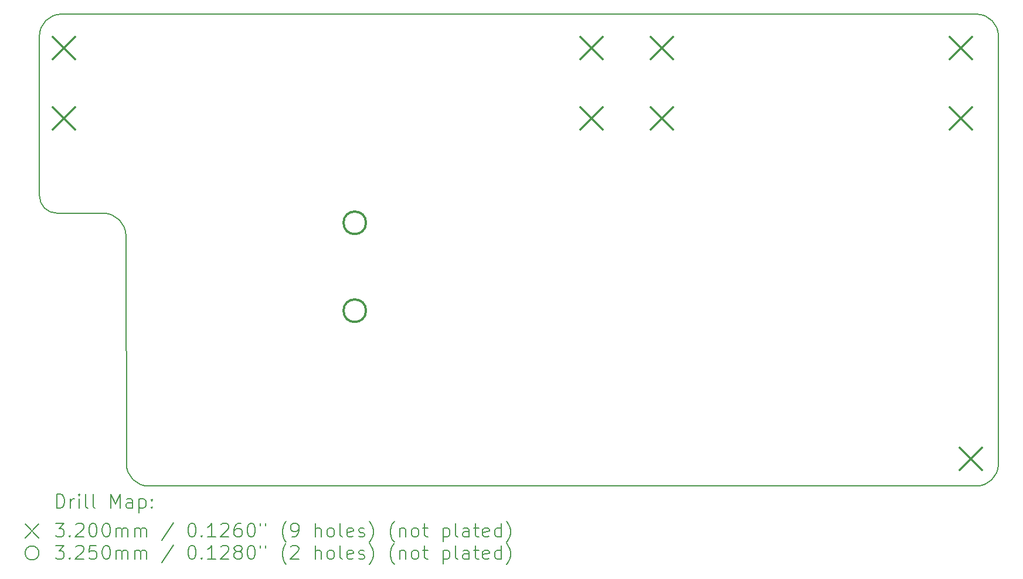
<source format=gbr>
%FSLAX45Y45*%
G04 Gerber Fmt 4.5, Leading zero omitted, Abs format (unit mm)*
G04 Created by KiCad (PCBNEW 5.99.0-unknown-47cb7f53fd~143~ubuntu20.04.1) date 2021-11-23 21:25:01*
%MOMM*%
%LPD*%
G01*
G04 APERTURE LIST*
%TA.AperFunction,Profile*%
%ADD10C,0.150000*%
%TD*%
%ADD11C,0.200000*%
%ADD12C,0.320000*%
%ADD13C,0.325000*%
G04 APERTURE END LIST*
D10*
X7900000Y-7067500D02*
X7900494Y-9375000D01*
X21750000Y-13249506D02*
X21750000Y-7067500D01*
X21432500Y-6750000D02*
X8217500Y-6750000D01*
X9474506Y-13567500D02*
X21432500Y-13567006D01*
X9150000Y-9950000D02*
G75*
G03*
X8825494Y-9625000I-331737J-6726D01*
G01*
X8825494Y-9625000D02*
X8150494Y-9625000D01*
X9157006Y-13250000D02*
G75*
G03*
X9474506Y-13567500I317500J0D01*
G01*
X8217500Y-6750000D02*
G75*
G03*
X7900000Y-7067500I0J-317500D01*
G01*
X9157006Y-13250000D02*
X9150000Y-9950000D01*
X21432500Y-13567006D02*
G75*
G03*
X21750000Y-13249506I0J317500D01*
G01*
X21750000Y-7067500D02*
G75*
G03*
X21432500Y-6750000I-317500J0D01*
G01*
X7900494Y-9375000D02*
G75*
G03*
X8150494Y-9625000I250000J0D01*
G01*
D11*
D12*
X8095000Y-7079000D02*
X8415000Y-7399000D01*
X8415000Y-7079000D02*
X8095000Y-7399000D01*
X8095000Y-8095000D02*
X8415000Y-8415000D01*
X8415000Y-8095000D02*
X8095000Y-8415000D01*
X15715000Y-7079000D02*
X16035000Y-7399000D01*
X16035000Y-7079000D02*
X15715000Y-7399000D01*
X15715000Y-8095000D02*
X16035000Y-8415000D01*
X16035000Y-8095000D02*
X15715000Y-8415000D01*
X16731000Y-7079000D02*
X17051000Y-7399000D01*
X17051000Y-7079000D02*
X16731000Y-7399000D01*
X16731000Y-8095000D02*
X17051000Y-8415000D01*
X17051000Y-8095000D02*
X16731000Y-8415000D01*
X21049000Y-7079000D02*
X21369000Y-7399000D01*
X21369000Y-7079000D02*
X21049000Y-7399000D01*
X21049000Y-8095000D02*
X21369000Y-8415000D01*
X21369000Y-8095000D02*
X21049000Y-8415000D01*
X21190000Y-13015000D02*
X21510000Y-13335000D01*
X21510000Y-13015000D02*
X21190000Y-13335000D01*
D13*
X12616500Y-9764600D02*
G75*
G03*
X12616500Y-9764600I-162500J0D01*
G01*
X12616500Y-11034600D02*
G75*
G03*
X12616500Y-11034600I-162500J0D01*
G01*
D11*
X8150119Y-13885476D02*
X8150119Y-13685476D01*
X8197738Y-13685476D01*
X8226309Y-13695000D01*
X8245357Y-13714048D01*
X8254881Y-13733095D01*
X8264405Y-13771190D01*
X8264405Y-13799762D01*
X8254881Y-13837857D01*
X8245357Y-13856905D01*
X8226309Y-13875952D01*
X8197738Y-13885476D01*
X8150119Y-13885476D01*
X8350119Y-13885476D02*
X8350119Y-13752143D01*
X8350119Y-13790238D02*
X8359643Y-13771190D01*
X8369167Y-13761667D01*
X8388214Y-13752143D01*
X8407262Y-13752143D01*
X8473929Y-13885476D02*
X8473929Y-13752143D01*
X8473929Y-13685476D02*
X8464405Y-13695000D01*
X8473929Y-13704524D01*
X8483452Y-13695000D01*
X8473929Y-13685476D01*
X8473929Y-13704524D01*
X8597738Y-13885476D02*
X8578690Y-13875952D01*
X8569167Y-13856905D01*
X8569167Y-13685476D01*
X8702500Y-13885476D02*
X8683452Y-13875952D01*
X8673929Y-13856905D01*
X8673929Y-13685476D01*
X8931071Y-13885476D02*
X8931071Y-13685476D01*
X8997738Y-13828333D01*
X9064405Y-13685476D01*
X9064405Y-13885476D01*
X9245357Y-13885476D02*
X9245357Y-13780714D01*
X9235833Y-13761667D01*
X9216786Y-13752143D01*
X9178690Y-13752143D01*
X9159643Y-13761667D01*
X9245357Y-13875952D02*
X9226310Y-13885476D01*
X9178690Y-13885476D01*
X9159643Y-13875952D01*
X9150119Y-13856905D01*
X9150119Y-13837857D01*
X9159643Y-13818809D01*
X9178690Y-13809286D01*
X9226310Y-13809286D01*
X9245357Y-13799762D01*
X9340595Y-13752143D02*
X9340595Y-13952143D01*
X9340595Y-13761667D02*
X9359643Y-13752143D01*
X9397738Y-13752143D01*
X9416786Y-13761667D01*
X9426310Y-13771190D01*
X9435833Y-13790238D01*
X9435833Y-13847381D01*
X9426310Y-13866428D01*
X9416786Y-13875952D01*
X9397738Y-13885476D01*
X9359643Y-13885476D01*
X9340595Y-13875952D01*
X9521548Y-13866428D02*
X9531071Y-13875952D01*
X9521548Y-13885476D01*
X9512024Y-13875952D01*
X9521548Y-13866428D01*
X9521548Y-13885476D01*
X9521548Y-13761667D02*
X9531071Y-13771190D01*
X9521548Y-13780714D01*
X9512024Y-13771190D01*
X9521548Y-13761667D01*
X9521548Y-13780714D01*
X7692500Y-14115000D02*
X7892500Y-14315000D01*
X7892500Y-14115000D02*
X7692500Y-14315000D01*
X8131071Y-14105476D02*
X8254881Y-14105476D01*
X8188214Y-14181667D01*
X8216786Y-14181667D01*
X8235833Y-14191190D01*
X8245357Y-14200714D01*
X8254881Y-14219762D01*
X8254881Y-14267381D01*
X8245357Y-14286428D01*
X8235833Y-14295952D01*
X8216786Y-14305476D01*
X8159643Y-14305476D01*
X8140595Y-14295952D01*
X8131071Y-14286428D01*
X8340595Y-14286428D02*
X8350119Y-14295952D01*
X8340595Y-14305476D01*
X8331071Y-14295952D01*
X8340595Y-14286428D01*
X8340595Y-14305476D01*
X8426310Y-14124524D02*
X8435833Y-14115000D01*
X8454881Y-14105476D01*
X8502500Y-14105476D01*
X8521548Y-14115000D01*
X8531071Y-14124524D01*
X8540595Y-14143571D01*
X8540595Y-14162619D01*
X8531071Y-14191190D01*
X8416786Y-14305476D01*
X8540595Y-14305476D01*
X8664405Y-14105476D02*
X8683452Y-14105476D01*
X8702500Y-14115000D01*
X8712024Y-14124524D01*
X8721548Y-14143571D01*
X8731071Y-14181667D01*
X8731071Y-14229286D01*
X8721548Y-14267381D01*
X8712024Y-14286428D01*
X8702500Y-14295952D01*
X8683452Y-14305476D01*
X8664405Y-14305476D01*
X8645357Y-14295952D01*
X8635833Y-14286428D01*
X8626310Y-14267381D01*
X8616786Y-14229286D01*
X8616786Y-14181667D01*
X8626310Y-14143571D01*
X8635833Y-14124524D01*
X8645357Y-14115000D01*
X8664405Y-14105476D01*
X8854881Y-14105476D02*
X8873929Y-14105476D01*
X8892976Y-14115000D01*
X8902500Y-14124524D01*
X8912024Y-14143571D01*
X8921548Y-14181667D01*
X8921548Y-14229286D01*
X8912024Y-14267381D01*
X8902500Y-14286428D01*
X8892976Y-14295952D01*
X8873929Y-14305476D01*
X8854881Y-14305476D01*
X8835833Y-14295952D01*
X8826310Y-14286428D01*
X8816786Y-14267381D01*
X8807262Y-14229286D01*
X8807262Y-14181667D01*
X8816786Y-14143571D01*
X8826310Y-14124524D01*
X8835833Y-14115000D01*
X8854881Y-14105476D01*
X9007262Y-14305476D02*
X9007262Y-14172143D01*
X9007262Y-14191190D02*
X9016786Y-14181667D01*
X9035833Y-14172143D01*
X9064405Y-14172143D01*
X9083452Y-14181667D01*
X9092976Y-14200714D01*
X9092976Y-14305476D01*
X9092976Y-14200714D02*
X9102500Y-14181667D01*
X9121548Y-14172143D01*
X9150119Y-14172143D01*
X9169167Y-14181667D01*
X9178690Y-14200714D01*
X9178690Y-14305476D01*
X9273929Y-14305476D02*
X9273929Y-14172143D01*
X9273929Y-14191190D02*
X9283452Y-14181667D01*
X9302500Y-14172143D01*
X9331071Y-14172143D01*
X9350119Y-14181667D01*
X9359643Y-14200714D01*
X9359643Y-14305476D01*
X9359643Y-14200714D02*
X9369167Y-14181667D01*
X9388214Y-14172143D01*
X9416786Y-14172143D01*
X9435833Y-14181667D01*
X9445357Y-14200714D01*
X9445357Y-14305476D01*
X9835833Y-14095952D02*
X9664405Y-14353095D01*
X10092976Y-14105476D02*
X10112024Y-14105476D01*
X10131071Y-14115000D01*
X10140595Y-14124524D01*
X10150119Y-14143571D01*
X10159643Y-14181667D01*
X10159643Y-14229286D01*
X10150119Y-14267381D01*
X10140595Y-14286428D01*
X10131071Y-14295952D01*
X10112024Y-14305476D01*
X10092976Y-14305476D01*
X10073929Y-14295952D01*
X10064405Y-14286428D01*
X10054881Y-14267381D01*
X10045357Y-14229286D01*
X10045357Y-14181667D01*
X10054881Y-14143571D01*
X10064405Y-14124524D01*
X10073929Y-14115000D01*
X10092976Y-14105476D01*
X10245357Y-14286428D02*
X10254881Y-14295952D01*
X10245357Y-14305476D01*
X10235833Y-14295952D01*
X10245357Y-14286428D01*
X10245357Y-14305476D01*
X10445357Y-14305476D02*
X10331071Y-14305476D01*
X10388214Y-14305476D02*
X10388214Y-14105476D01*
X10369167Y-14134048D01*
X10350119Y-14153095D01*
X10331071Y-14162619D01*
X10521548Y-14124524D02*
X10531071Y-14115000D01*
X10550119Y-14105476D01*
X10597738Y-14105476D01*
X10616786Y-14115000D01*
X10626310Y-14124524D01*
X10635833Y-14143571D01*
X10635833Y-14162619D01*
X10626310Y-14191190D01*
X10512024Y-14305476D01*
X10635833Y-14305476D01*
X10807262Y-14105476D02*
X10769167Y-14105476D01*
X10750119Y-14115000D01*
X10740595Y-14124524D01*
X10721548Y-14153095D01*
X10712024Y-14191190D01*
X10712024Y-14267381D01*
X10721548Y-14286428D01*
X10731071Y-14295952D01*
X10750119Y-14305476D01*
X10788214Y-14305476D01*
X10807262Y-14295952D01*
X10816786Y-14286428D01*
X10826310Y-14267381D01*
X10826310Y-14219762D01*
X10816786Y-14200714D01*
X10807262Y-14191190D01*
X10788214Y-14181667D01*
X10750119Y-14181667D01*
X10731071Y-14191190D01*
X10721548Y-14200714D01*
X10712024Y-14219762D01*
X10950119Y-14105476D02*
X10969167Y-14105476D01*
X10988214Y-14115000D01*
X10997738Y-14124524D01*
X11007262Y-14143571D01*
X11016786Y-14181667D01*
X11016786Y-14229286D01*
X11007262Y-14267381D01*
X10997738Y-14286428D01*
X10988214Y-14295952D01*
X10969167Y-14305476D01*
X10950119Y-14305476D01*
X10931071Y-14295952D01*
X10921548Y-14286428D01*
X10912024Y-14267381D01*
X10902500Y-14229286D01*
X10902500Y-14181667D01*
X10912024Y-14143571D01*
X10921548Y-14124524D01*
X10931071Y-14115000D01*
X10950119Y-14105476D01*
X11092976Y-14105476D02*
X11092976Y-14143571D01*
X11169167Y-14105476D02*
X11169167Y-14143571D01*
X11464405Y-14381667D02*
X11454881Y-14372143D01*
X11435833Y-14343571D01*
X11426309Y-14324524D01*
X11416786Y-14295952D01*
X11407262Y-14248333D01*
X11407262Y-14210238D01*
X11416786Y-14162619D01*
X11426309Y-14134048D01*
X11435833Y-14115000D01*
X11454881Y-14086428D01*
X11464405Y-14076905D01*
X11550119Y-14305476D02*
X11588214Y-14305476D01*
X11607262Y-14295952D01*
X11616786Y-14286428D01*
X11635833Y-14257857D01*
X11645357Y-14219762D01*
X11645357Y-14143571D01*
X11635833Y-14124524D01*
X11626309Y-14115000D01*
X11607262Y-14105476D01*
X11569167Y-14105476D01*
X11550119Y-14115000D01*
X11540595Y-14124524D01*
X11531071Y-14143571D01*
X11531071Y-14191190D01*
X11540595Y-14210238D01*
X11550119Y-14219762D01*
X11569167Y-14229286D01*
X11607262Y-14229286D01*
X11626309Y-14219762D01*
X11635833Y-14210238D01*
X11645357Y-14191190D01*
X11883452Y-14305476D02*
X11883452Y-14105476D01*
X11969167Y-14305476D02*
X11969167Y-14200714D01*
X11959643Y-14181667D01*
X11940595Y-14172143D01*
X11912024Y-14172143D01*
X11892976Y-14181667D01*
X11883452Y-14191190D01*
X12092976Y-14305476D02*
X12073928Y-14295952D01*
X12064405Y-14286428D01*
X12054881Y-14267381D01*
X12054881Y-14210238D01*
X12064405Y-14191190D01*
X12073928Y-14181667D01*
X12092976Y-14172143D01*
X12121548Y-14172143D01*
X12140595Y-14181667D01*
X12150119Y-14191190D01*
X12159643Y-14210238D01*
X12159643Y-14267381D01*
X12150119Y-14286428D01*
X12140595Y-14295952D01*
X12121548Y-14305476D01*
X12092976Y-14305476D01*
X12273928Y-14305476D02*
X12254881Y-14295952D01*
X12245357Y-14276905D01*
X12245357Y-14105476D01*
X12426309Y-14295952D02*
X12407262Y-14305476D01*
X12369167Y-14305476D01*
X12350119Y-14295952D01*
X12340595Y-14276905D01*
X12340595Y-14200714D01*
X12350119Y-14181667D01*
X12369167Y-14172143D01*
X12407262Y-14172143D01*
X12426309Y-14181667D01*
X12435833Y-14200714D01*
X12435833Y-14219762D01*
X12340595Y-14238809D01*
X12512024Y-14295952D02*
X12531071Y-14305476D01*
X12569167Y-14305476D01*
X12588214Y-14295952D01*
X12597738Y-14276905D01*
X12597738Y-14267381D01*
X12588214Y-14248333D01*
X12569167Y-14238809D01*
X12540595Y-14238809D01*
X12521548Y-14229286D01*
X12512024Y-14210238D01*
X12512024Y-14200714D01*
X12521548Y-14181667D01*
X12540595Y-14172143D01*
X12569167Y-14172143D01*
X12588214Y-14181667D01*
X12664405Y-14381667D02*
X12673928Y-14372143D01*
X12692976Y-14343571D01*
X12702500Y-14324524D01*
X12712024Y-14295952D01*
X12721548Y-14248333D01*
X12721548Y-14210238D01*
X12712024Y-14162619D01*
X12702500Y-14134048D01*
X12692976Y-14115000D01*
X12673928Y-14086428D01*
X12664405Y-14076905D01*
X13026309Y-14381667D02*
X13016786Y-14372143D01*
X12997738Y-14343571D01*
X12988214Y-14324524D01*
X12978690Y-14295952D01*
X12969167Y-14248333D01*
X12969167Y-14210238D01*
X12978690Y-14162619D01*
X12988214Y-14134048D01*
X12997738Y-14115000D01*
X13016786Y-14086428D01*
X13026309Y-14076905D01*
X13102500Y-14172143D02*
X13102500Y-14305476D01*
X13102500Y-14191190D02*
X13112024Y-14181667D01*
X13131071Y-14172143D01*
X13159643Y-14172143D01*
X13178690Y-14181667D01*
X13188214Y-14200714D01*
X13188214Y-14305476D01*
X13312024Y-14305476D02*
X13292976Y-14295952D01*
X13283452Y-14286428D01*
X13273928Y-14267381D01*
X13273928Y-14210238D01*
X13283452Y-14191190D01*
X13292976Y-14181667D01*
X13312024Y-14172143D01*
X13340595Y-14172143D01*
X13359643Y-14181667D01*
X13369167Y-14191190D01*
X13378690Y-14210238D01*
X13378690Y-14267381D01*
X13369167Y-14286428D01*
X13359643Y-14295952D01*
X13340595Y-14305476D01*
X13312024Y-14305476D01*
X13435833Y-14172143D02*
X13512024Y-14172143D01*
X13464405Y-14105476D02*
X13464405Y-14276905D01*
X13473928Y-14295952D01*
X13492976Y-14305476D01*
X13512024Y-14305476D01*
X13731071Y-14172143D02*
X13731071Y-14372143D01*
X13731071Y-14181667D02*
X13750119Y-14172143D01*
X13788214Y-14172143D01*
X13807262Y-14181667D01*
X13816786Y-14191190D01*
X13826309Y-14210238D01*
X13826309Y-14267381D01*
X13816786Y-14286428D01*
X13807262Y-14295952D01*
X13788214Y-14305476D01*
X13750119Y-14305476D01*
X13731071Y-14295952D01*
X13940595Y-14305476D02*
X13921548Y-14295952D01*
X13912024Y-14276905D01*
X13912024Y-14105476D01*
X14102500Y-14305476D02*
X14102500Y-14200714D01*
X14092976Y-14181667D01*
X14073928Y-14172143D01*
X14035833Y-14172143D01*
X14016786Y-14181667D01*
X14102500Y-14295952D02*
X14083452Y-14305476D01*
X14035833Y-14305476D01*
X14016786Y-14295952D01*
X14007262Y-14276905D01*
X14007262Y-14257857D01*
X14016786Y-14238809D01*
X14035833Y-14229286D01*
X14083452Y-14229286D01*
X14102500Y-14219762D01*
X14169167Y-14172143D02*
X14245357Y-14172143D01*
X14197738Y-14105476D02*
X14197738Y-14276905D01*
X14207262Y-14295952D01*
X14226309Y-14305476D01*
X14245357Y-14305476D01*
X14388214Y-14295952D02*
X14369167Y-14305476D01*
X14331071Y-14305476D01*
X14312024Y-14295952D01*
X14302500Y-14276905D01*
X14302500Y-14200714D01*
X14312024Y-14181667D01*
X14331071Y-14172143D01*
X14369167Y-14172143D01*
X14388214Y-14181667D01*
X14397738Y-14200714D01*
X14397738Y-14219762D01*
X14302500Y-14238809D01*
X14569167Y-14305476D02*
X14569167Y-14105476D01*
X14569167Y-14295952D02*
X14550119Y-14305476D01*
X14512024Y-14305476D01*
X14492976Y-14295952D01*
X14483452Y-14286428D01*
X14473928Y-14267381D01*
X14473928Y-14210238D01*
X14483452Y-14191190D01*
X14492976Y-14181667D01*
X14512024Y-14172143D01*
X14550119Y-14172143D01*
X14569167Y-14181667D01*
X14645357Y-14381667D02*
X14654881Y-14372143D01*
X14673928Y-14343571D01*
X14683452Y-14324524D01*
X14692976Y-14295952D01*
X14702500Y-14248333D01*
X14702500Y-14210238D01*
X14692976Y-14162619D01*
X14683452Y-14134048D01*
X14673928Y-14115000D01*
X14654881Y-14086428D01*
X14645357Y-14076905D01*
X7892500Y-14535000D02*
G75*
G03*
X7892500Y-14535000I-100000J0D01*
G01*
X8131071Y-14425476D02*
X8254881Y-14425476D01*
X8188214Y-14501667D01*
X8216786Y-14501667D01*
X8235833Y-14511190D01*
X8245357Y-14520714D01*
X8254881Y-14539762D01*
X8254881Y-14587381D01*
X8245357Y-14606428D01*
X8235833Y-14615952D01*
X8216786Y-14625476D01*
X8159643Y-14625476D01*
X8140595Y-14615952D01*
X8131071Y-14606428D01*
X8340595Y-14606428D02*
X8350119Y-14615952D01*
X8340595Y-14625476D01*
X8331071Y-14615952D01*
X8340595Y-14606428D01*
X8340595Y-14625476D01*
X8426310Y-14444524D02*
X8435833Y-14435000D01*
X8454881Y-14425476D01*
X8502500Y-14425476D01*
X8521548Y-14435000D01*
X8531071Y-14444524D01*
X8540595Y-14463571D01*
X8540595Y-14482619D01*
X8531071Y-14511190D01*
X8416786Y-14625476D01*
X8540595Y-14625476D01*
X8721548Y-14425476D02*
X8626310Y-14425476D01*
X8616786Y-14520714D01*
X8626310Y-14511190D01*
X8645357Y-14501667D01*
X8692976Y-14501667D01*
X8712024Y-14511190D01*
X8721548Y-14520714D01*
X8731071Y-14539762D01*
X8731071Y-14587381D01*
X8721548Y-14606428D01*
X8712024Y-14615952D01*
X8692976Y-14625476D01*
X8645357Y-14625476D01*
X8626310Y-14615952D01*
X8616786Y-14606428D01*
X8854881Y-14425476D02*
X8873929Y-14425476D01*
X8892976Y-14435000D01*
X8902500Y-14444524D01*
X8912024Y-14463571D01*
X8921548Y-14501667D01*
X8921548Y-14549286D01*
X8912024Y-14587381D01*
X8902500Y-14606428D01*
X8892976Y-14615952D01*
X8873929Y-14625476D01*
X8854881Y-14625476D01*
X8835833Y-14615952D01*
X8826310Y-14606428D01*
X8816786Y-14587381D01*
X8807262Y-14549286D01*
X8807262Y-14501667D01*
X8816786Y-14463571D01*
X8826310Y-14444524D01*
X8835833Y-14435000D01*
X8854881Y-14425476D01*
X9007262Y-14625476D02*
X9007262Y-14492143D01*
X9007262Y-14511190D02*
X9016786Y-14501667D01*
X9035833Y-14492143D01*
X9064405Y-14492143D01*
X9083452Y-14501667D01*
X9092976Y-14520714D01*
X9092976Y-14625476D01*
X9092976Y-14520714D02*
X9102500Y-14501667D01*
X9121548Y-14492143D01*
X9150119Y-14492143D01*
X9169167Y-14501667D01*
X9178690Y-14520714D01*
X9178690Y-14625476D01*
X9273929Y-14625476D02*
X9273929Y-14492143D01*
X9273929Y-14511190D02*
X9283452Y-14501667D01*
X9302500Y-14492143D01*
X9331071Y-14492143D01*
X9350119Y-14501667D01*
X9359643Y-14520714D01*
X9359643Y-14625476D01*
X9359643Y-14520714D02*
X9369167Y-14501667D01*
X9388214Y-14492143D01*
X9416786Y-14492143D01*
X9435833Y-14501667D01*
X9445357Y-14520714D01*
X9445357Y-14625476D01*
X9835833Y-14415952D02*
X9664405Y-14673095D01*
X10092976Y-14425476D02*
X10112024Y-14425476D01*
X10131071Y-14435000D01*
X10140595Y-14444524D01*
X10150119Y-14463571D01*
X10159643Y-14501667D01*
X10159643Y-14549286D01*
X10150119Y-14587381D01*
X10140595Y-14606428D01*
X10131071Y-14615952D01*
X10112024Y-14625476D01*
X10092976Y-14625476D01*
X10073929Y-14615952D01*
X10064405Y-14606428D01*
X10054881Y-14587381D01*
X10045357Y-14549286D01*
X10045357Y-14501667D01*
X10054881Y-14463571D01*
X10064405Y-14444524D01*
X10073929Y-14435000D01*
X10092976Y-14425476D01*
X10245357Y-14606428D02*
X10254881Y-14615952D01*
X10245357Y-14625476D01*
X10235833Y-14615952D01*
X10245357Y-14606428D01*
X10245357Y-14625476D01*
X10445357Y-14625476D02*
X10331071Y-14625476D01*
X10388214Y-14625476D02*
X10388214Y-14425476D01*
X10369167Y-14454048D01*
X10350119Y-14473095D01*
X10331071Y-14482619D01*
X10521548Y-14444524D02*
X10531071Y-14435000D01*
X10550119Y-14425476D01*
X10597738Y-14425476D01*
X10616786Y-14435000D01*
X10626310Y-14444524D01*
X10635833Y-14463571D01*
X10635833Y-14482619D01*
X10626310Y-14511190D01*
X10512024Y-14625476D01*
X10635833Y-14625476D01*
X10750119Y-14511190D02*
X10731071Y-14501667D01*
X10721548Y-14492143D01*
X10712024Y-14473095D01*
X10712024Y-14463571D01*
X10721548Y-14444524D01*
X10731071Y-14435000D01*
X10750119Y-14425476D01*
X10788214Y-14425476D01*
X10807262Y-14435000D01*
X10816786Y-14444524D01*
X10826310Y-14463571D01*
X10826310Y-14473095D01*
X10816786Y-14492143D01*
X10807262Y-14501667D01*
X10788214Y-14511190D01*
X10750119Y-14511190D01*
X10731071Y-14520714D01*
X10721548Y-14530238D01*
X10712024Y-14549286D01*
X10712024Y-14587381D01*
X10721548Y-14606428D01*
X10731071Y-14615952D01*
X10750119Y-14625476D01*
X10788214Y-14625476D01*
X10807262Y-14615952D01*
X10816786Y-14606428D01*
X10826310Y-14587381D01*
X10826310Y-14549286D01*
X10816786Y-14530238D01*
X10807262Y-14520714D01*
X10788214Y-14511190D01*
X10950119Y-14425476D02*
X10969167Y-14425476D01*
X10988214Y-14435000D01*
X10997738Y-14444524D01*
X11007262Y-14463571D01*
X11016786Y-14501667D01*
X11016786Y-14549286D01*
X11007262Y-14587381D01*
X10997738Y-14606428D01*
X10988214Y-14615952D01*
X10969167Y-14625476D01*
X10950119Y-14625476D01*
X10931071Y-14615952D01*
X10921548Y-14606428D01*
X10912024Y-14587381D01*
X10902500Y-14549286D01*
X10902500Y-14501667D01*
X10912024Y-14463571D01*
X10921548Y-14444524D01*
X10931071Y-14435000D01*
X10950119Y-14425476D01*
X11092976Y-14425476D02*
X11092976Y-14463571D01*
X11169167Y-14425476D02*
X11169167Y-14463571D01*
X11464405Y-14701667D02*
X11454881Y-14692143D01*
X11435833Y-14663571D01*
X11426309Y-14644524D01*
X11416786Y-14615952D01*
X11407262Y-14568333D01*
X11407262Y-14530238D01*
X11416786Y-14482619D01*
X11426309Y-14454048D01*
X11435833Y-14435000D01*
X11454881Y-14406428D01*
X11464405Y-14396905D01*
X11531071Y-14444524D02*
X11540595Y-14435000D01*
X11559643Y-14425476D01*
X11607262Y-14425476D01*
X11626309Y-14435000D01*
X11635833Y-14444524D01*
X11645357Y-14463571D01*
X11645357Y-14482619D01*
X11635833Y-14511190D01*
X11521548Y-14625476D01*
X11645357Y-14625476D01*
X11883452Y-14625476D02*
X11883452Y-14425476D01*
X11969167Y-14625476D02*
X11969167Y-14520714D01*
X11959643Y-14501667D01*
X11940595Y-14492143D01*
X11912024Y-14492143D01*
X11892976Y-14501667D01*
X11883452Y-14511190D01*
X12092976Y-14625476D02*
X12073928Y-14615952D01*
X12064405Y-14606428D01*
X12054881Y-14587381D01*
X12054881Y-14530238D01*
X12064405Y-14511190D01*
X12073928Y-14501667D01*
X12092976Y-14492143D01*
X12121548Y-14492143D01*
X12140595Y-14501667D01*
X12150119Y-14511190D01*
X12159643Y-14530238D01*
X12159643Y-14587381D01*
X12150119Y-14606428D01*
X12140595Y-14615952D01*
X12121548Y-14625476D01*
X12092976Y-14625476D01*
X12273928Y-14625476D02*
X12254881Y-14615952D01*
X12245357Y-14596905D01*
X12245357Y-14425476D01*
X12426309Y-14615952D02*
X12407262Y-14625476D01*
X12369167Y-14625476D01*
X12350119Y-14615952D01*
X12340595Y-14596905D01*
X12340595Y-14520714D01*
X12350119Y-14501667D01*
X12369167Y-14492143D01*
X12407262Y-14492143D01*
X12426309Y-14501667D01*
X12435833Y-14520714D01*
X12435833Y-14539762D01*
X12340595Y-14558809D01*
X12512024Y-14615952D02*
X12531071Y-14625476D01*
X12569167Y-14625476D01*
X12588214Y-14615952D01*
X12597738Y-14596905D01*
X12597738Y-14587381D01*
X12588214Y-14568333D01*
X12569167Y-14558809D01*
X12540595Y-14558809D01*
X12521548Y-14549286D01*
X12512024Y-14530238D01*
X12512024Y-14520714D01*
X12521548Y-14501667D01*
X12540595Y-14492143D01*
X12569167Y-14492143D01*
X12588214Y-14501667D01*
X12664405Y-14701667D02*
X12673928Y-14692143D01*
X12692976Y-14663571D01*
X12702500Y-14644524D01*
X12712024Y-14615952D01*
X12721548Y-14568333D01*
X12721548Y-14530238D01*
X12712024Y-14482619D01*
X12702500Y-14454048D01*
X12692976Y-14435000D01*
X12673928Y-14406428D01*
X12664405Y-14396905D01*
X13026309Y-14701667D02*
X13016786Y-14692143D01*
X12997738Y-14663571D01*
X12988214Y-14644524D01*
X12978690Y-14615952D01*
X12969167Y-14568333D01*
X12969167Y-14530238D01*
X12978690Y-14482619D01*
X12988214Y-14454048D01*
X12997738Y-14435000D01*
X13016786Y-14406428D01*
X13026309Y-14396905D01*
X13102500Y-14492143D02*
X13102500Y-14625476D01*
X13102500Y-14511190D02*
X13112024Y-14501667D01*
X13131071Y-14492143D01*
X13159643Y-14492143D01*
X13178690Y-14501667D01*
X13188214Y-14520714D01*
X13188214Y-14625476D01*
X13312024Y-14625476D02*
X13292976Y-14615952D01*
X13283452Y-14606428D01*
X13273928Y-14587381D01*
X13273928Y-14530238D01*
X13283452Y-14511190D01*
X13292976Y-14501667D01*
X13312024Y-14492143D01*
X13340595Y-14492143D01*
X13359643Y-14501667D01*
X13369167Y-14511190D01*
X13378690Y-14530238D01*
X13378690Y-14587381D01*
X13369167Y-14606428D01*
X13359643Y-14615952D01*
X13340595Y-14625476D01*
X13312024Y-14625476D01*
X13435833Y-14492143D02*
X13512024Y-14492143D01*
X13464405Y-14425476D02*
X13464405Y-14596905D01*
X13473928Y-14615952D01*
X13492976Y-14625476D01*
X13512024Y-14625476D01*
X13731071Y-14492143D02*
X13731071Y-14692143D01*
X13731071Y-14501667D02*
X13750119Y-14492143D01*
X13788214Y-14492143D01*
X13807262Y-14501667D01*
X13816786Y-14511190D01*
X13826309Y-14530238D01*
X13826309Y-14587381D01*
X13816786Y-14606428D01*
X13807262Y-14615952D01*
X13788214Y-14625476D01*
X13750119Y-14625476D01*
X13731071Y-14615952D01*
X13940595Y-14625476D02*
X13921548Y-14615952D01*
X13912024Y-14596905D01*
X13912024Y-14425476D01*
X14102500Y-14625476D02*
X14102500Y-14520714D01*
X14092976Y-14501667D01*
X14073928Y-14492143D01*
X14035833Y-14492143D01*
X14016786Y-14501667D01*
X14102500Y-14615952D02*
X14083452Y-14625476D01*
X14035833Y-14625476D01*
X14016786Y-14615952D01*
X14007262Y-14596905D01*
X14007262Y-14577857D01*
X14016786Y-14558809D01*
X14035833Y-14549286D01*
X14083452Y-14549286D01*
X14102500Y-14539762D01*
X14169167Y-14492143D02*
X14245357Y-14492143D01*
X14197738Y-14425476D02*
X14197738Y-14596905D01*
X14207262Y-14615952D01*
X14226309Y-14625476D01*
X14245357Y-14625476D01*
X14388214Y-14615952D02*
X14369167Y-14625476D01*
X14331071Y-14625476D01*
X14312024Y-14615952D01*
X14302500Y-14596905D01*
X14302500Y-14520714D01*
X14312024Y-14501667D01*
X14331071Y-14492143D01*
X14369167Y-14492143D01*
X14388214Y-14501667D01*
X14397738Y-14520714D01*
X14397738Y-14539762D01*
X14302500Y-14558809D01*
X14569167Y-14625476D02*
X14569167Y-14425476D01*
X14569167Y-14615952D02*
X14550119Y-14625476D01*
X14512024Y-14625476D01*
X14492976Y-14615952D01*
X14483452Y-14606428D01*
X14473928Y-14587381D01*
X14473928Y-14530238D01*
X14483452Y-14511190D01*
X14492976Y-14501667D01*
X14512024Y-14492143D01*
X14550119Y-14492143D01*
X14569167Y-14501667D01*
X14645357Y-14701667D02*
X14654881Y-14692143D01*
X14673928Y-14663571D01*
X14683452Y-14644524D01*
X14692976Y-14615952D01*
X14702500Y-14568333D01*
X14702500Y-14530238D01*
X14692976Y-14482619D01*
X14683452Y-14454048D01*
X14673928Y-14435000D01*
X14654881Y-14406428D01*
X14645357Y-14396905D01*
M02*

</source>
